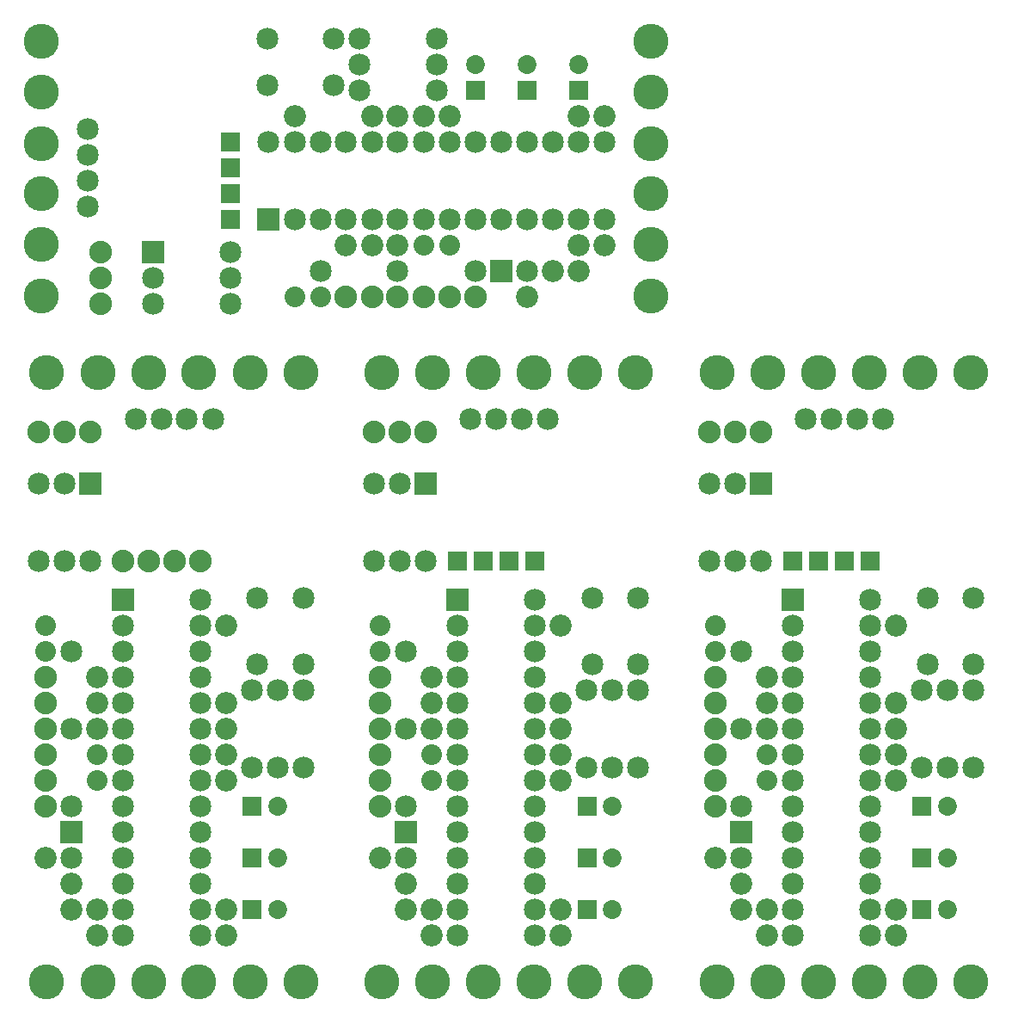
<source format=gts>
%MOIN*%
%OFA0B0*%
%FSLAX23Y23*%
%IPPOS*%
%LPD*%
%ADD10C,0.088*%
%ADD11C,0.08500000000000002*%
%ADD12C,0.08*%
%ADD13C,0.135984*%
%ADD14C,0.085433*%
%ADD15C,0.072992*%
%ADD16R,0.08500000000000002X0.08500000000000002*%
%ADD17R,0.072992X0.072992*%
%ADD28C,0.088*%
%ADD29C,0.08500000000000002*%
%ADD30C,0.08*%
%ADD31C,0.135984*%
%ADD32C,0.085433*%
%ADD33C,0.072992*%
%ADD34R,0.08500000000000002X0.08500000000000002*%
%ADD35R,0.072992X0.072992*%
%ADD36C,0.088*%
%ADD37C,0.08500000000000002*%
%ADD38C,0.08*%
%ADD39C,0.135984*%
%ADD40C,0.085433*%
%ADD41C,0.072992*%
%ADD42R,0.08500000000000002X0.08500000000000002*%
%ADD43R,0.072992X0.072992*%
%ADD44C,0.088*%
%ADD45C,0.08500000000000002*%
%ADD46C,0.08*%
%ADD47C,0.135984*%
%ADD48C,0.085433*%
%ADD49C,0.072992*%
%ADD50R,0.08500000000000002X0.08500000000000002*%
%ADD51R,0.072992X0.072992*%
G90*
G54D10*
X00039Y00039D02*
X00452Y01768D03*
X00552Y01768D03*
X00652Y01768D03*
X00752Y01768D03*
G54D11*
X00252Y01418D03*
X00252Y01118D03*
G54D12*
X00352Y00918D03*
X00352Y01018D03*
X00152Y01518D03*
X00152Y01418D03*
G54D11*
X00452Y01618D03*
X00752Y01618D03*
X00452Y01518D03*
X00752Y01518D03*
X00452Y01418D03*
X00752Y01418D03*
X00452Y01317D03*
X00752Y01317D03*
X00452Y01218D03*
X00752Y01218D03*
X00452Y01118D03*
X00752Y01118D03*
X00452Y01018D03*
X00752Y01018D03*
X00452Y00918D03*
X00752Y00918D03*
X00452Y00818D03*
X00752Y00818D03*
X00452Y00718D03*
X00752Y00718D03*
X00452Y00618D03*
X00752Y00618D03*
X00452Y00518D03*
X00752Y00518D03*
X00452Y00418D03*
X00752Y00418D03*
X00452Y00318D03*
X00752Y00318D03*
X00252Y00818D03*
X00252Y00718D03*
X00252Y00618D03*
X00502Y02318D03*
X00602Y02318D03*
X00701Y02318D03*
X00802Y02318D03*
G54D13*
X00157Y00137D03*
X00157Y02499D03*
X00355Y00137D03*
X00748Y00137D03*
X00748Y02499D03*
X00355Y02499D03*
X00552Y02499D03*
X00552Y00137D03*
X01142Y02499D03*
X01142Y00137D03*
X00945Y00137D03*
X00945Y02499D03*
G54D10*
X00327Y02268D03*
X00227Y02268D03*
X00127Y02268D03*
G54D11*
X01052Y01268D03*
X01052Y00968D03*
X01152Y01268D03*
X01152Y00968D03*
X00974Y01368D03*
X00974Y01624D03*
X01152Y01368D03*
X01152Y01624D03*
X00327Y02068D03*
X00327Y01768D03*
X00227Y02068D03*
X00227Y01768D03*
X00127Y02068D03*
X00127Y01768D03*
X00952Y01268D03*
X00952Y00968D03*
G54D10*
X00152Y00818D03*
X00152Y00918D03*
X00152Y01018D03*
X00152Y01118D03*
X00152Y01218D03*
X00152Y01317D03*
G54D14*
X00852Y01218D03*
X00852Y00318D03*
X00152Y00618D03*
X00852Y01518D03*
X00852Y00418D03*
X00852Y01118D03*
X00852Y01018D03*
X00252Y00518D03*
X00252Y00418D03*
X00352Y01118D03*
X00352Y01218D03*
X00352Y00418D03*
X00352Y01317D03*
X00352Y00318D03*
X00852Y00918D03*
G54D15*
X00953Y00818D03*
X01052Y00818D03*
X00953Y00618D03*
X01052Y00618D03*
X00953Y00418D03*
X01052Y00418D03*
G54D16*
X00452Y01618D03*
X00252Y00718D03*
X00327Y02068D03*
G54D17*
X00953Y00818D03*
X00953Y00618D03*
X00953Y00418D03*
G04 next file*
G04 MADE WITH FRITZING*
G04 WWW.FRITZING.ORG*
G04 DOUBLE SIDED*
G04 HOLES PLATED*
G04 CONTOUR ON CENTER OF CONTOUR VECTOR*
G90*
G04 skipping 70
D28*
X01338Y00039D02*
X01751Y01768D03*
X01851Y01768D03*
X01951Y01768D03*
X02051Y01768D03*
D29*
X01551Y01418D03*
X01551Y01118D03*
D30*
X01651Y00918D03*
X01651Y01018D03*
X01451Y01518D03*
X01451Y01418D03*
D29*
X01751Y01618D03*
X02051Y01618D03*
X01751Y01518D03*
X02051Y01518D03*
X01751Y01418D03*
X02051Y01418D03*
X01751Y01317D03*
X02051Y01317D03*
X01751Y01218D03*
X02051Y01218D03*
X01751Y01118D03*
X02051Y01118D03*
X01751Y01018D03*
X02051Y01018D03*
X01751Y00918D03*
X02051Y00918D03*
X01751Y00818D03*
X02051Y00818D03*
X01751Y00718D03*
X02051Y00718D03*
X01751Y00618D03*
X02051Y00618D03*
X01751Y00518D03*
X02051Y00518D03*
X01751Y00418D03*
X02051Y00418D03*
X01751Y00318D03*
X02051Y00318D03*
X01551Y00818D03*
X01551Y00718D03*
X01551Y00618D03*
X01801Y02318D03*
X01901Y02318D03*
X02001Y02318D03*
X02101Y02318D03*
D31*
X01457Y00137D03*
X01457Y02499D03*
X01654Y00137D03*
X02047Y00137D03*
X02047Y02499D03*
X01654Y02499D03*
X01851Y02499D03*
X01851Y00137D03*
X02441Y02499D03*
X02441Y00137D03*
X02244Y00137D03*
X02244Y02499D03*
D28*
X01626Y02268D03*
X01526Y02268D03*
X01426Y02268D03*
D29*
X02351Y01268D03*
X02351Y00968D03*
X02451Y01268D03*
X02451Y00968D03*
X02273Y01368D03*
X02273Y01624D03*
X02451Y01368D03*
X02451Y01624D03*
X01626Y02068D03*
X01626Y01768D03*
X01526Y02068D03*
X01526Y01768D03*
X01426Y02068D03*
X01426Y01768D03*
X02251Y01268D03*
X02251Y00968D03*
D28*
X01451Y00818D03*
X01451Y00918D03*
X01451Y01018D03*
X01451Y01118D03*
X01451Y01218D03*
X01451Y01317D03*
D32*
X02151Y01218D03*
X02151Y00318D03*
X01451Y00618D03*
X02151Y01518D03*
X02151Y00418D03*
X02151Y01118D03*
X02151Y01018D03*
X01551Y00518D03*
X01551Y00418D03*
X01651Y01118D03*
X01651Y01218D03*
X01651Y00418D03*
X01651Y01317D03*
X01651Y00318D03*
X02151Y00918D03*
D33*
X02252Y00818D03*
X02351Y00818D03*
X02252Y00618D03*
X02351Y00618D03*
X02252Y00418D03*
X02351Y00418D03*
D34*
X01751Y01618D03*
X01551Y00718D03*
X01626Y02068D03*
D35*
X02252Y00818D03*
X02252Y00618D03*
X02252Y00418D03*
G04 End of Mask1*
G04 next file*
G04 MADE WITH FRITZING*
G04 WWW.FRITZING.ORG*
G04 DOUBLE SIDED*
G04 HOLES PLATED*
G04 CONTOUR ON CENTER OF CONTOUR VECTOR*
G90*
G04 skipping 70
D36*
X02637Y00039D02*
X03049Y01768D03*
X03150Y01768D03*
X03250Y01768D03*
X03350Y01768D03*
D37*
X02850Y01418D03*
X02850Y01118D03*
D38*
X02950Y00918D03*
X02950Y01018D03*
X02750Y01518D03*
X02750Y01418D03*
D37*
X03049Y01618D03*
X03350Y01618D03*
X03049Y01518D03*
X03350Y01518D03*
X03049Y01418D03*
X03350Y01418D03*
X03049Y01317D03*
X03350Y01317D03*
X03049Y01218D03*
X03350Y01218D03*
X03049Y01118D03*
X03350Y01118D03*
X03049Y01018D03*
X03350Y01018D03*
X03049Y00918D03*
X03350Y00918D03*
X03049Y00818D03*
X03350Y00818D03*
X03049Y00718D03*
X03350Y00718D03*
X03049Y00618D03*
X03350Y00618D03*
X03049Y00518D03*
X03350Y00518D03*
X03049Y00418D03*
X03350Y00418D03*
X03049Y00318D03*
X03350Y00318D03*
X02850Y00818D03*
X02850Y00718D03*
X02850Y00618D03*
X03100Y02318D03*
X03200Y02318D03*
X03300Y02318D03*
X03400Y02318D03*
D39*
X02756Y00137D03*
X02756Y02499D03*
X02953Y00137D03*
X03346Y00137D03*
X03346Y02499D03*
X02953Y02499D03*
X03150Y02499D03*
X03150Y00137D03*
X03740Y02499D03*
X03740Y00137D03*
X03543Y00137D03*
X03543Y02499D03*
D36*
X02925Y02268D03*
X02825Y02268D03*
X02725Y02268D03*
D37*
X03650Y01268D03*
X03650Y00968D03*
X03750Y01268D03*
X03750Y00968D03*
X03572Y01368D03*
X03572Y01624D03*
X03750Y01368D03*
X03750Y01624D03*
X02925Y02068D03*
X02925Y01768D03*
X02825Y02068D03*
X02825Y01768D03*
X02725Y02068D03*
X02725Y01768D03*
X03550Y01268D03*
X03550Y00968D03*
D36*
X02750Y00818D03*
X02750Y00918D03*
X02750Y01018D03*
X02750Y01118D03*
X02750Y01218D03*
X02750Y01317D03*
D40*
X03450Y01218D03*
X03450Y00318D03*
X02750Y00618D03*
X03450Y01518D03*
X03450Y00418D03*
X03450Y01118D03*
X03450Y01018D03*
X02850Y00518D03*
X02850Y00418D03*
X02950Y01118D03*
X02950Y01218D03*
X02950Y00418D03*
X02950Y01317D03*
X02950Y00318D03*
X03450Y00918D03*
D41*
X03550Y00818D03*
X03650Y00818D03*
X03550Y00618D03*
X03650Y00618D03*
X03550Y00418D03*
X03650Y00418D03*
D42*
X03049Y01618D03*
X02850Y00718D03*
X02925Y02068D03*
D43*
X03550Y00818D03*
X03550Y00618D03*
X03550Y00418D03*
G04 End of Mask1*
G04 next file*
G04 MADE WITH FRITZING*
G04 WWW.FRITZING.ORG*
G04 DOUBLE SIDED*
G04 HOLES PLATED*
G04 CONTOUR ON CENTER OF CONTOUR VECTOR*
G90*
G04 skipping 70
D44*
X02598Y02677D02*
X00869Y03090D03*
X00869Y03190D03*
X00869Y03290D03*
X00869Y03390D03*
D45*
X01219Y02890D03*
X01518Y02890D03*
D46*
X01719Y02990D03*
X01619Y02990D03*
X01119Y02790D03*
X01219Y02790D03*
D45*
X01018Y03090D03*
X01018Y03390D03*
X01119Y03090D03*
X01119Y03390D03*
X01219Y03090D03*
X01219Y03390D03*
X01318Y03090D03*
X01318Y03390D03*
X01419Y03090D03*
X01419Y03390D03*
X01518Y03090D03*
X01518Y03390D03*
X01619Y03090D03*
X01619Y03390D03*
X01719Y03090D03*
X01719Y03390D03*
X01819Y03090D03*
X01819Y03390D03*
X01919Y03090D03*
X01919Y03390D03*
X02019Y03090D03*
X02019Y03390D03*
X02119Y03090D03*
X02119Y03390D03*
X02219Y03090D03*
X02219Y03390D03*
X02319Y03090D03*
X02319Y03390D03*
X01819Y02890D03*
X01919Y02890D03*
X02019Y02890D03*
X00318Y03140D03*
X00318Y03240D03*
X00318Y03340D03*
X00318Y03440D03*
D47*
X02500Y02795D03*
X00138Y02795D03*
X02500Y02993D03*
X02500Y03386D03*
X00138Y03386D03*
X00138Y02993D03*
X00138Y03190D03*
X02500Y03190D03*
X00138Y03780D03*
X02500Y03780D03*
X02500Y03583D03*
X00138Y03583D03*
D44*
X00368Y02965D03*
X00368Y02865D03*
X00368Y02765D03*
D45*
X01369Y03690D03*
X01669Y03690D03*
X01369Y03790D03*
X01669Y03790D03*
X01269Y03612D03*
X01012Y03612D03*
X01269Y03790D03*
X01012Y03790D03*
X00569Y02965D03*
X00869Y02965D03*
X00569Y02865D03*
X00869Y02865D03*
X00569Y02765D03*
X00869Y02765D03*
X01369Y03590D03*
X01669Y03590D03*
D44*
X01819Y02790D03*
X01719Y02790D03*
X01619Y02790D03*
X01518Y02790D03*
X01419Y02790D03*
X01318Y02790D03*
D48*
X01419Y03490D03*
X02319Y03490D03*
X02019Y02790D03*
X01119Y03490D03*
X02219Y03490D03*
X01518Y03490D03*
X01619Y03490D03*
X02119Y02890D03*
X02219Y02890D03*
X01518Y02990D03*
X01419Y02990D03*
X02219Y02990D03*
X01318Y02990D03*
X02319Y02990D03*
X01719Y03490D03*
D49*
X01819Y03591D03*
X01819Y03690D03*
X02019Y03591D03*
X02019Y03690D03*
X02219Y03591D03*
X02219Y03690D03*
D50*
X01018Y03090D03*
X01919Y02890D03*
X00569Y02965D03*
D51*
X01819Y03591D03*
X02019Y03591D03*
X02219Y03591D03*
G04 End of Mask1*
M02*
</source>
